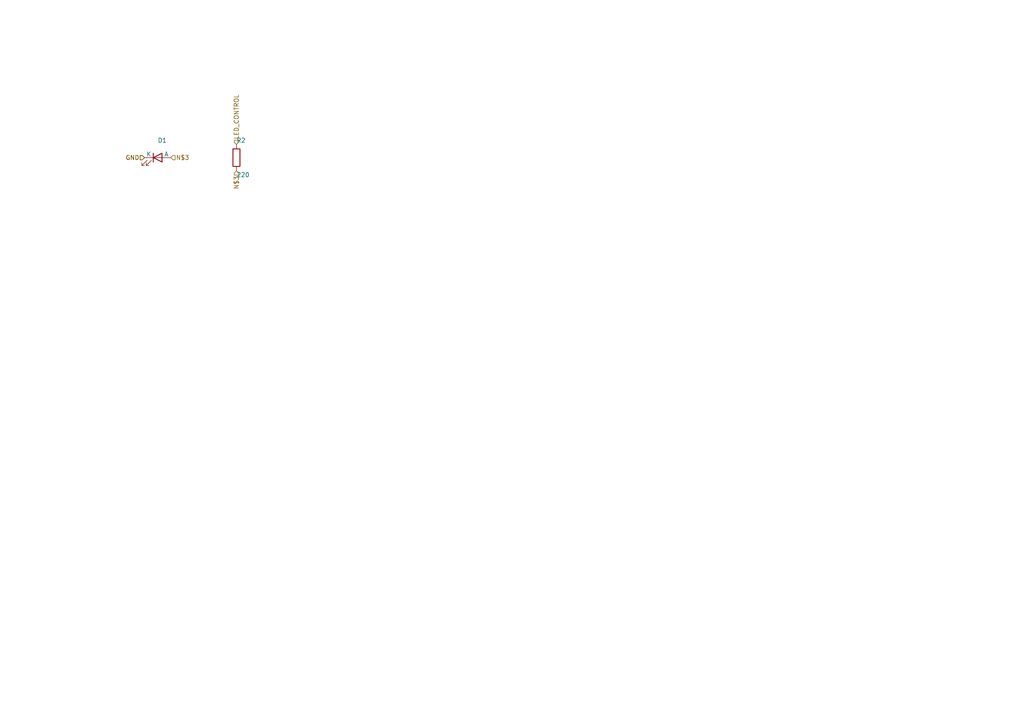
<source format=kicad_sch>
(kicad_sch (version 20250114) (generator "circuit_synth") (generator_version "9.0")
  (paper "A4")
  (lib_symbols
    (symbol "Device:LED" (pin_numbers hide) (pin_names (offset 0))
      (property "Reference" "D" (at 0 0 0))
      (property "Value" "LED" (at 0 0 0))
      (property "Sim.Pins" "1=K 2=A" (at 0 0 0))
      (symbol "LED_0_1"
        (polyline (pts (xy -3.048 -0.762) (xy -4.572 -2.286) (xy -3.81 -2.286) (xy -4.572 -2.286) (xy -4.572 -1.524)))
        (polyline (pts (xy -1.778 -0.762) (xy -3.302 -2.286) (xy -2.54 -2.286) (xy -3.302 -2.286) (xy -3.302 -1.524)))
        (polyline (pts (xy -1.27 0) (xy 1.27 0)))
        (polyline (pts (xy -1.27 -1.27) (xy -1.27 1.27)) (stroke (width 0.254)))
        (polyline (pts (xy 1.27 -1.27) (xy 1.27 1.27) (xy -1.27 0) (xy 1.27 -1.27)) (stroke (width 0.254)))
      )
      (symbol "LED_1_1"
        (pin passive line (at -3.81 0 0) (length 2.54) (name "K") (number "1"))
        (pin passive line (at 3.81 0 180) (length 2.54) (name "A") (number "2"))
      )
    )
    (symbol "Device:R" (pin_numbers hide) (pin_names (offset 0))
      (property "Reference" "R" (at 0 0 0))
      (property "Value" "R" (at 0 0 0))
      (symbol "R_0_1"
        (rectangle (start -1.016 -2.54) (end 1.016 2.54) (stroke (width 0.254)))
      )
      (symbol "R_1_1"
        (pin passive line (at 0 3.81 270) (length 1.27) (name "~") (number "1"))
        (pin passive line (at 0 -3.81 90) (length 1.27) (name "~") (number "2"))
      )
    )
  )
  (symbol (lib_id "Device:LED") (at 45.72 45.72 0) (unit 1)
    (property "Reference" "D1" (at 45.72 40.72 0) (effects (justify left)))
    (property "Footprint" "LED_SMD:LED_0603_1608Metric" (effects (hide yes)))
  )
  (symbol (lib_id "Device:R") (at 68.58 45.72 0) (unit 1)
    (property "Reference" "R2" (at 68.58 40.72 0) (effects (justify left)))
    (property "Value" "220" (at 68.58 50.72 0) (effects (justify left)))
    (property "Footprint" "Resistor_SMD:R_0603_1608Metric" (effects (hide yes)))
  )
  (hierarchical_label "GND" (shape input) (at 41.91 45.72 180))
  (hierarchical_label "GND" (shape input) (at 41.91 45.72 180))
  (hierarchical_label "N$3" (shape input) (at 49.53 45.72 0))
  (hierarchical_label "N$3" (shape input) (at 68.58 49.53 270))
  (hierarchical_label "LED_CONTROL" (shape input) (at 68.58 41.91 90))
)
</source>
